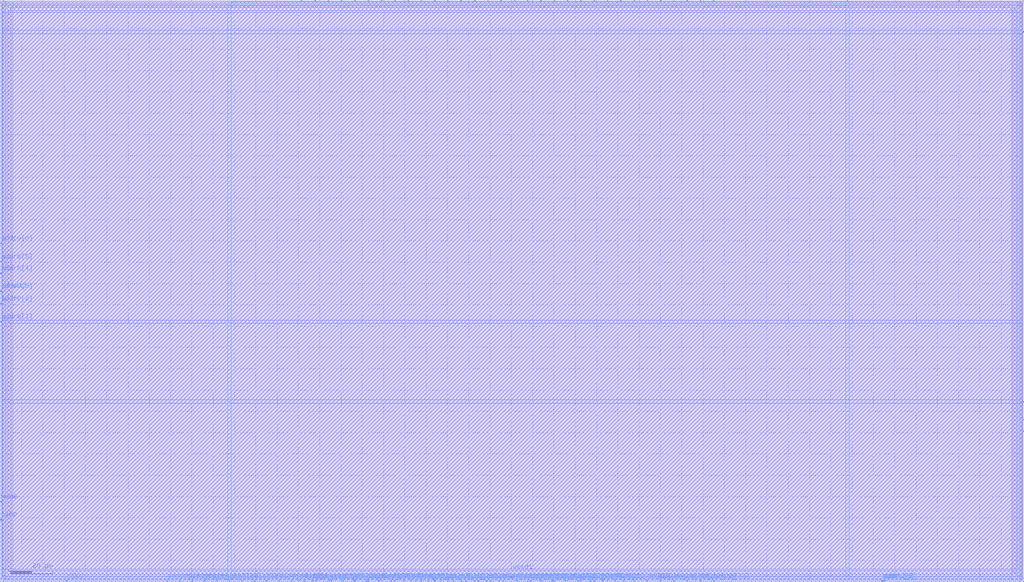
<source format=lef>
VERSION 5.4 ;
NAMESCASESENSITIVE ON ;
BUSBITCHARS "[]" ;
DIVIDERCHAR "/" ;
UNITS
  DATABASE MICRONS 1000 ;
END UNITS
MACRO sky130_sram_512byte_1rw1r_32x128_8
   CLASS BLOCK ;
   SIZE 480.72 BY 273.27 ;
   SYMMETRY X Y R90 ;
   PIN din0[0]
      DIRECTION INPUT ;
      PORT
         LAYER met4 ;
         RECT  107.46 0.0 107.84 0.38 ;
      END
   END din0[0]
   PIN din0[1]
      DIRECTION INPUT ;
      PORT
         LAYER met4 ;
         RECT  113.3 0.0 113.68 0.38 ;
      END
   END din0[1]
   PIN din0[2]
      DIRECTION INPUT ;
      PORT
         LAYER met4 ;
         RECT  119.14 0.0 119.52 0.38 ;
      END
   END din0[2]
   PIN din0[3]
      DIRECTION INPUT ;
      PORT
         LAYER met4 ;
         RECT  124.98 0.0 125.36 0.38 ;
      END
   END din0[3]
   PIN din0[4]
      DIRECTION INPUT ;
      PORT
         LAYER met4 ;
         RECT  130.82 0.0 131.2 0.38 ;
      END
   END din0[4]
   PIN din0[5]
      DIRECTION INPUT ;
      PORT
         LAYER met4 ;
         RECT  136.66 0.0 137.04 0.38 ;
      END
   END din0[5]
   PIN din0[6]
      DIRECTION INPUT ;
      PORT
         LAYER met4 ;
         RECT  142.5 0.0 142.88 0.38 ;
      END
   END din0[6]
   PIN din0[7]
      DIRECTION INPUT ;
      PORT
         LAYER met4 ;
         RECT  148.34 0.0 148.72 0.38 ;
      END
   END din0[7]
   PIN din0[8]
      DIRECTION INPUT ;
      PORT
         LAYER met4 ;
         RECT  154.18 0.0 154.56 0.38 ;
      END
   END din0[8]
   PIN din0[9]
      DIRECTION INPUT ;
      PORT
         LAYER met4 ;
         RECT  160.02 0.0 160.4 0.38 ;
      END
   END din0[9]
   PIN din0[10]
      DIRECTION INPUT ;
      PORT
         LAYER met4 ;
         RECT  165.86 0.0 166.24 0.38 ;
      END
   END din0[10]
   PIN din0[11]
      DIRECTION INPUT ;
      PORT
         LAYER met4 ;
         RECT  171.7 0.0 172.08 0.38 ;
      END
   END din0[11]
   PIN din0[12]
      DIRECTION INPUT ;
      PORT
         LAYER met4 ;
         RECT  177.54 0.0 177.92 0.38 ;
      END
   END din0[12]
   PIN din0[13]
      DIRECTION INPUT ;
      PORT
         LAYER met4 ;
         RECT  183.38 0.0 183.76 0.38 ;
      END
   END din0[13]
   PIN din0[14]
      DIRECTION INPUT ;
      PORT
         LAYER met4 ;
         RECT  189.22 0.0 189.6 0.38 ;
      END
   END din0[14]
   PIN din0[15]
      DIRECTION INPUT ;
      PORT
         LAYER met4 ;
         RECT  195.06 0.0 195.44 0.38 ;
      END
   END din0[15]
   PIN din0[16]
      DIRECTION INPUT ;
      PORT
         LAYER met4 ;
         RECT  200.9 0.0 201.28 0.38 ;
      END
   END din0[16]
   PIN din0[17]
      DIRECTION INPUT ;
      PORT
         LAYER met4 ;
         RECT  206.74 0.0 207.12 0.38 ;
      END
   END din0[17]
   PIN din0[18]
      DIRECTION INPUT ;
      PORT
         LAYER met4 ;
         RECT  212.58 0.0 212.96 0.38 ;
      END
   END din0[18]
   PIN din0[19]
      DIRECTION INPUT ;
      PORT
         LAYER met4 ;
         RECT  218.42 0.0 218.8 0.38 ;
      END
   END din0[19]
   PIN din0[20]
      DIRECTION INPUT ;
      PORT
         LAYER met4 ;
         RECT  224.26 0.0 224.64 0.38 ;
      END
   END din0[20]
   PIN din0[21]
      DIRECTION INPUT ;
      PORT
         LAYER met4 ;
         RECT  230.1 0.0 230.48 0.38 ;
      END
   END din0[21]
   PIN din0[22]
      DIRECTION INPUT ;
      PORT
         LAYER met4 ;
         RECT  235.94 0.0 236.32 0.38 ;
      END
   END din0[22]
   PIN din0[23]
      DIRECTION INPUT ;
      PORT
         LAYER met4 ;
         RECT  241.78 0.0 242.16 0.38 ;
      END
   END din0[23]
   PIN din0[24]
      DIRECTION INPUT ;
      PORT
         LAYER met4 ;
         RECT  247.62 0.0 248.0 0.38 ;
      END
   END din0[24]
   PIN din0[25]
      DIRECTION INPUT ;
      PORT
         LAYER met4 ;
         RECT  253.46 0.0 253.84 0.38 ;
      END
   END din0[25]
   PIN din0[26]
      DIRECTION INPUT ;
      PORT
         LAYER met4 ;
         RECT  259.3 0.0 259.68 0.38 ;
      END
   END din0[26]
   PIN din0[27]
      DIRECTION INPUT ;
      PORT
         LAYER met4 ;
         RECT  265.14 0.0 265.52 0.38 ;
      END
   END din0[27]
   PIN din0[28]
      DIRECTION INPUT ;
      PORT
         LAYER met4 ;
         RECT  270.98 0.0 271.36 0.38 ;
      END
   END din0[28]
   PIN din0[29]
      DIRECTION INPUT ;
      PORT
         LAYER met4 ;
         RECT  276.82 0.0 277.2 0.38 ;
      END
   END din0[29]
   PIN din0[30]
      DIRECTION INPUT ;
      PORT
         LAYER met4 ;
         RECT  282.66 0.0 283.04 0.38 ;
      END
   END din0[30]
   PIN din0[31]
      DIRECTION INPUT ;
      PORT
         LAYER met4 ;
         RECT  288.5 0.0 288.88 0.38 ;
      END
   END din0[31]
   PIN addr0[0]
      DIRECTION INPUT ;
      PORT
         LAYER met4 ;
         RECT  78.26 0.0 78.64 0.38 ;
      END
   END addr0[0]
   PIN addr0[1]
      DIRECTION INPUT ;
      PORT
         LAYER met3 ;
         RECT  0.0 121.87 0.38 122.25 ;
      END
   END addr0[1]
   PIN addr0[2]
      DIRECTION INPUT ;
      PORT
         LAYER met3 ;
         RECT  0.0 130.37 0.38 130.75 ;
      END
   END addr0[2]
   PIN addr0[3]
      DIRECTION INPUT ;
      PORT
         LAYER met3 ;
         RECT  0.0 136.275 0.38 136.655 ;
      END
   END addr0[3]
   PIN addr0[4]
      DIRECTION INPUT ;
      PORT
         LAYER met3 ;
         RECT  0.0 144.675 0.38 145.055 ;
      END
   END addr0[4]
   PIN addr0[5]
      DIRECTION INPUT ;
      PORT
         LAYER met3 ;
         RECT  0.0 150.15 0.38 150.53 ;
      END
   END addr0[5]
   PIN addr0[6]
      DIRECTION INPUT ;
      PORT
         LAYER met3 ;
         RECT  0.0 158.65 0.38 159.03 ;
      END
   END addr0[6]
   PIN addr1[0]
      DIRECTION INPUT ;
      PORT
         LAYER met4 ;
         RECT  397.62 272.89 398.0 273.27 ;
      END
   END addr1[0]
   PIN addr1[1]
      DIRECTION INPUT ;
      PORT
         LAYER met3 ;
         RECT  480.34 84.385 480.72 84.765 ;
      END
   END addr1[1]
   PIN addr1[2]
      DIRECTION INPUT ;
      PORT
         LAYER met3 ;
         RECT  480.34 75.985 480.72 76.365 ;
      END
   END addr1[2]
   PIN addr1[3]
      DIRECTION INPUT ;
      PORT
         LAYER met3 ;
         RECT  480.34 70.49 480.72 70.87 ;
      END
   END addr1[3]
   PIN addr1[4]
      DIRECTION INPUT ;
      PORT
         LAYER met4 ;
         RECT  413.705 0.0 414.085 0.38 ;
      END
   END addr1[4]
   PIN addr1[5]
      DIRECTION INPUT ;
      PORT
         LAYER met4 ;
         RECT  414.395 0.0 414.775 0.38 ;
      END
   END addr1[5]
   PIN addr1[6]
      DIRECTION INPUT ;
      PORT
         LAYER met4 ;
         RECT  415.14 0.0 415.52 0.38 ;
      END
   END addr1[6]
   PIN csb0
      DIRECTION INPUT ;
      PORT
         LAYER met3 ;
         RECT  0.0 28.89 0.38 29.27 ;
      END
   END csb0
   PIN csb1
      DIRECTION INPUT ;
      PORT
         LAYER met3 ;
         RECT  480.34 258.02 480.72 258.4 ;
      END
   END csb1
   PIN web0
      DIRECTION INPUT ;
      PORT
         LAYER met3 ;
         RECT  0.0 37.39 0.38 37.77 ;
      END
   END web0
   PIN clk0
      DIRECTION INPUT ;
      PORT
         LAYER met4 ;
         RECT  31.1 0.0 31.48 0.38 ;
      END
   END clk0
   PIN clk1
      DIRECTION INPUT ;
      PORT
         LAYER met4 ;
         RECT  450.08 272.89 450.46 273.27 ;
      END
   END clk1
   PIN wmask0[0]
      DIRECTION INPUT ;
      PORT
         LAYER met4 ;
         RECT  84.1 0.0 84.48 0.38 ;
      END
   END wmask0[0]
   PIN wmask0[1]
      DIRECTION INPUT ;
      PORT
         LAYER met4 ;
         RECT  89.94 0.0 90.32 0.38 ;
      END
   END wmask0[1]
   PIN wmask0[2]
      DIRECTION INPUT ;
      PORT
         LAYER met4 ;
         RECT  95.78 0.0 96.16 0.38 ;
      END
   END wmask0[2]
   PIN wmask0[3]
      DIRECTION INPUT ;
      PORT
         LAYER met4 ;
         RECT  101.62 0.0 102.0 0.38 ;
      END
   END wmask0[3]
   PIN dout0[0]
      DIRECTION OUTPUT ;
      PORT
         LAYER met4 ;
         RECT  140.12 0.0 140.5 0.38 ;
      END
   END dout0[0]
   PIN dout0[1]
      DIRECTION OUTPUT ;
      PORT
         LAYER met4 ;
         RECT  146.535 0.0 146.915 0.38 ;
      END
   END dout0[1]
   PIN dout0[2]
      DIRECTION OUTPUT ;
      PORT
         LAYER met4 ;
         RECT  155.245 0.0 155.625 0.38 ;
      END
   END dout0[2]
   PIN dout0[3]
      DIRECTION OUTPUT ;
      PORT
         LAYER met4 ;
         RECT  160.71 0.0 161.09 0.38 ;
      END
   END dout0[3]
   PIN dout0[4]
      DIRECTION OUTPUT ;
      PORT
         LAYER met4 ;
         RECT  166.55 0.0 166.93 0.38 ;
      END
   END dout0[4]
   PIN dout0[5]
      DIRECTION OUTPUT ;
      PORT
         LAYER met4 ;
         RECT  172.585 0.0 172.965 0.38 ;
      END
   END dout0[5]
   PIN dout0[6]
      DIRECTION OUTPUT ;
      PORT
         LAYER met4 ;
         RECT  178.825 0.0 179.205 0.38 ;
      END
   END dout0[6]
   PIN dout0[7]
      DIRECTION OUTPUT ;
      PORT
         LAYER met4 ;
         RECT  185.065 0.0 185.445 0.38 ;
      END
   END dout0[7]
   PIN dout0[8]
      DIRECTION OUTPUT ;
      PORT
         LAYER met4 ;
         RECT  192.685 0.0 193.065 0.38 ;
      END
   END dout0[8]
   PIN dout0[9]
      DIRECTION OUTPUT ;
      PORT
         LAYER met4 ;
         RECT  197.545 0.0 197.925 0.38 ;
      END
   END dout0[9]
   PIN dout0[10]
      DIRECTION OUTPUT ;
      PORT
         LAYER met4 ;
         RECT  203.785 0.0 204.165 0.38 ;
      END
   END dout0[10]
   PIN dout0[11]
      DIRECTION OUTPUT ;
      PORT
         LAYER met4 ;
         RECT  210.025 0.0 210.405 0.38 ;
      END
   END dout0[11]
   PIN dout0[12]
      DIRECTION OUTPUT ;
      PORT
         LAYER met4 ;
         RECT  216.265 0.0 216.645 0.38 ;
      END
   END dout0[12]
   PIN dout0[13]
      DIRECTION OUTPUT ;
      PORT
         LAYER met4 ;
         RECT  222.455 0.0 222.835 0.38 ;
      END
   END dout0[13]
   PIN dout0[14]
      DIRECTION OUTPUT ;
      PORT
         LAYER met4 ;
         RECT  228.06 0.0 228.44 0.38 ;
      END
   END dout0[14]
   PIN dout0[15]
      DIRECTION OUTPUT ;
      PORT
         LAYER met4 ;
         RECT  234.135 0.0 234.515 0.38 ;
      END
   END dout0[15]
   PIN dout0[16]
      DIRECTION OUTPUT ;
      PORT
         LAYER met4 ;
         RECT  242.605 0.0 242.985 0.38 ;
      END
   END dout0[16]
   PIN dout0[17]
      DIRECTION OUTPUT ;
      PORT
         LAYER met4 ;
         RECT  248.845 0.0 249.225 0.38 ;
      END
   END dout0[17]
   PIN dout0[18]
      DIRECTION OUTPUT ;
      PORT
         LAYER met4 ;
         RECT  254.15 0.0 254.53 0.38 ;
      END
   END dout0[18]
   PIN dout0[19]
      DIRECTION OUTPUT ;
      PORT
         LAYER met4 ;
         RECT  260.005 0.0 260.385 0.38 ;
      END
   END dout0[19]
   PIN dout0[20]
      DIRECTION OUTPUT ;
      PORT
         LAYER met4 ;
         RECT  266.185 0.0 266.565 0.38 ;
      END
   END dout0[20]
   PIN dout0[21]
      DIRECTION OUTPUT ;
      PORT
         LAYER met4 ;
         RECT  272.425 0.0 272.805 0.38 ;
      END
   END dout0[21]
   PIN dout0[22]
      DIRECTION OUTPUT ;
      PORT
         LAYER met4 ;
         RECT  278.665 0.0 279.045 0.38 ;
      END
   END dout0[22]
   PIN dout0[23]
      DIRECTION OUTPUT ;
      PORT
         LAYER met4 ;
         RECT  284.905 0.0 285.285 0.38 ;
      END
   END dout0[23]
   PIN dout0[24]
      DIRECTION OUTPUT ;
      PORT
         LAYER met4 ;
         RECT  292.525 0.0 292.905 0.38 ;
      END
   END dout0[24]
   PIN dout0[25]
      DIRECTION OUTPUT ;
      PORT
         LAYER met4 ;
         RECT  297.385 0.0 297.765 0.38 ;
      END
   END dout0[25]
   PIN dout0[26]
      DIRECTION OUTPUT ;
      PORT
         LAYER met4 ;
         RECT  303.625 0.0 304.005 0.38 ;
      END
   END dout0[26]
   PIN dout0[27]
      DIRECTION OUTPUT ;
      PORT
         LAYER met4 ;
         RECT  309.865 0.0 310.245 0.38 ;
      END
   END dout0[27]
   PIN dout0[28]
      DIRECTION OUTPUT ;
      PORT
         LAYER met4 ;
         RECT  316.105 0.0 316.485 0.38 ;
      END
   END dout0[28]
   PIN dout0[29]
      DIRECTION OUTPUT ;
      PORT
         LAYER met4 ;
         RECT  322.345 0.0 322.725 0.38 ;
      END
   END dout0[29]
   PIN dout0[30]
      DIRECTION OUTPUT ;
      PORT
         LAYER met4 ;
         RECT  328.585 0.0 328.965 0.38 ;
      END
   END dout0[30]
   PIN dout0[31]
      DIRECTION OUTPUT ;
      PORT
         LAYER met4 ;
         RECT  334.825 0.0 335.205 0.38 ;
      END
   END dout0[31]
   PIN dout1[0]
      DIRECTION OUTPUT ;
      PORT
         LAYER met4 ;
         RECT  141.445 272.89 141.825 273.27 ;
      END
   END dout1[0]
   PIN dout1[1]
      DIRECTION OUTPUT ;
      PORT
         LAYER met4 ;
         RECT  147.685 272.89 148.065 273.27 ;
      END
   END dout1[1]
   PIN dout1[2]
      DIRECTION OUTPUT ;
      PORT
         LAYER met4 ;
         RECT  153.925 272.89 154.305 273.27 ;
      END
   END dout1[2]
   PIN dout1[3]
      DIRECTION OUTPUT ;
      PORT
         LAYER met4 ;
         RECT  160.165 272.89 160.545 273.27 ;
      END
   END dout1[3]
   PIN dout1[4]
      DIRECTION OUTPUT ;
      PORT
         LAYER met4 ;
         RECT  166.405 272.89 166.785 273.27 ;
      END
   END dout1[4]
   PIN dout1[5]
      DIRECTION OUTPUT ;
      PORT
         LAYER met4 ;
         RECT  172.645 272.89 173.025 273.27 ;
      END
   END dout1[5]
   PIN dout1[6]
      DIRECTION OUTPUT ;
      PORT
         LAYER met4 ;
         RECT  178.885 272.89 179.265 273.27 ;
      END
   END dout1[6]
   PIN dout1[7]
      DIRECTION OUTPUT ;
      PORT
         LAYER met4 ;
         RECT  185.125 272.89 185.505 273.27 ;
      END
   END dout1[7]
   PIN dout1[8]
      DIRECTION OUTPUT ;
      PORT
         LAYER met4 ;
         RECT  191.365 272.89 191.745 273.27 ;
      END
   END dout1[8]
   PIN dout1[9]
      DIRECTION OUTPUT ;
      PORT
         LAYER met4 ;
         RECT  197.605 272.89 197.985 273.27 ;
      END
   END dout1[9]
   PIN dout1[10]
      DIRECTION OUTPUT ;
      PORT
         LAYER met4 ;
         RECT  203.845 272.89 204.225 273.27 ;
      END
   END dout1[10]
   PIN dout1[11]
      DIRECTION OUTPUT ;
      PORT
         LAYER met4 ;
         RECT  210.085 272.89 210.465 273.27 ;
      END
   END dout1[11]
   PIN dout1[12]
      DIRECTION OUTPUT ;
      PORT
         LAYER met4 ;
         RECT  216.325 272.89 216.705 273.27 ;
      END
   END dout1[12]
   PIN dout1[13]
      DIRECTION OUTPUT ;
      PORT
         LAYER met4 ;
         RECT  222.565 272.89 222.945 273.27 ;
      END
   END dout1[13]
   PIN dout1[14]
      DIRECTION OUTPUT ;
      PORT
         LAYER met4 ;
         RECT  228.805 272.89 229.185 273.27 ;
      END
   END dout1[14]
   PIN dout1[15]
      DIRECTION OUTPUT ;
      PORT
         LAYER met4 ;
         RECT  235.045 272.89 235.425 273.27 ;
      END
   END dout1[15]
   PIN dout1[16]
      DIRECTION OUTPUT ;
      PORT
         LAYER met4 ;
         RECT  241.285 272.89 241.665 273.27 ;
      END
   END dout1[16]
   PIN dout1[17]
      DIRECTION OUTPUT ;
      PORT
         LAYER met4 ;
         RECT  247.525 272.89 247.905 273.27 ;
      END
   END dout1[17]
   PIN dout1[18]
      DIRECTION OUTPUT ;
      PORT
         LAYER met4 ;
         RECT  253.765 272.89 254.145 273.27 ;
      END
   END dout1[18]
   PIN dout1[19]
      DIRECTION OUTPUT ;
      PORT
         LAYER met4 ;
         RECT  260.005 272.89 260.385 273.27 ;
      END
   END dout1[19]
   PIN dout1[20]
      DIRECTION OUTPUT ;
      PORT
         LAYER met4 ;
         RECT  266.245 272.89 266.625 273.27 ;
      END
   END dout1[20]
   PIN dout1[21]
      DIRECTION OUTPUT ;
      PORT
         LAYER met4 ;
         RECT  272.485 272.89 272.865 273.27 ;
      END
   END dout1[21]
   PIN dout1[22]
      DIRECTION OUTPUT ;
      PORT
         LAYER met4 ;
         RECT  278.725 272.89 279.105 273.27 ;
      END
   END dout1[22]
   PIN dout1[23]
      DIRECTION OUTPUT ;
      PORT
         LAYER met4 ;
         RECT  284.965 272.89 285.345 273.27 ;
      END
   END dout1[23]
   PIN dout1[24]
      DIRECTION OUTPUT ;
      PORT
         LAYER met4 ;
         RECT  291.205 272.89 291.585 273.27 ;
      END
   END dout1[24]
   PIN dout1[25]
      DIRECTION OUTPUT ;
      PORT
         LAYER met4 ;
         RECT  297.445 272.89 297.825 273.27 ;
      END
   END dout1[25]
   PIN dout1[26]
      DIRECTION OUTPUT ;
      PORT
         LAYER met4 ;
         RECT  303.685 272.89 304.065 273.27 ;
      END
   END dout1[26]
   PIN dout1[27]
      DIRECTION OUTPUT ;
      PORT
         LAYER met4 ;
         RECT  309.925 272.89 310.305 273.27 ;
      END
   END dout1[27]
   PIN dout1[28]
      DIRECTION OUTPUT ;
      PORT
         LAYER met4 ;
         RECT  316.165 272.89 316.545 273.27 ;
      END
   END dout1[28]
   PIN dout1[29]
      DIRECTION OUTPUT ;
      PORT
         LAYER met4 ;
         RECT  322.405 272.89 322.785 273.27 ;
      END
   END dout1[29]
   PIN dout1[30]
      DIRECTION OUTPUT ;
      PORT
         LAYER met4 ;
         RECT  328.645 272.89 329.025 273.27 ;
      END
   END dout1[30]
   PIN dout1[31]
      DIRECTION OUTPUT ;
      PORT
         LAYER met4 ;
         RECT  334.885 272.89 335.265 273.27 ;
      END
   END dout1[31]
   PIN vccd1
      DIRECTION INOUT ;
      USE POWER ; 
      SHAPE ABUTMENT ; 
      PORT
         LAYER met3 ;
         RECT  0.0 0.0 480.72 1.74 ;
         LAYER met3 ;
         RECT  0.0 271.53 480.72 273.27 ;
         LAYER met4 ;
         RECT  478.98 0.0 480.72 273.27 ;
         LAYER met4 ;
         RECT  0.0 0.0 1.74 273.27 ;
      END
   END vccd1
   PIN vssd1
      DIRECTION INOUT ;
      USE GROUND ; 
      SHAPE ABUTMENT ; 
      PORT
         LAYER met4 ;
         RECT  475.5 3.48 477.24 269.79 ;
         LAYER met4 ;
         RECT  3.48 3.48 5.22 269.79 ;
         LAYER met3 ;
         RECT  3.48 268.05 477.24 269.79 ;
         LAYER met3 ;
         RECT  3.48 3.48 477.24 5.22 ;
      END
   END vssd1
   OBS
   LAYER  met1 ;
      RECT  0.62 0.62 480.1 272.65 ;
   LAYER  met2 ;
      RECT  0.62 0.62 480.1 272.65 ;
   LAYER  met3 ;
      RECT  0.98 121.27 480.1 122.85 ;
      RECT  0.62 122.85 0.98 129.77 ;
      RECT  0.62 131.35 0.98 135.675 ;
      RECT  0.62 137.255 0.98 144.075 ;
      RECT  0.62 145.655 0.98 149.55 ;
      RECT  0.62 151.13 0.98 158.05 ;
      RECT  0.98 83.785 479.74 85.365 ;
      RECT  0.98 85.365 479.74 121.27 ;
      RECT  479.74 85.365 480.1 121.27 ;
      RECT  479.74 76.965 480.1 83.785 ;
      RECT  479.74 71.47 480.1 75.385 ;
      RECT  0.98 122.85 479.74 257.42 ;
      RECT  0.98 257.42 479.74 259.0 ;
      RECT  479.74 122.85 480.1 257.42 ;
      RECT  0.62 29.87 0.98 36.79 ;
      RECT  0.62 38.37 0.98 121.27 ;
      RECT  479.74 2.34 480.1 69.89 ;
      RECT  0.62 2.34 0.98 28.29 ;
      RECT  0.62 159.63 0.98 270.93 ;
      RECT  479.74 259.0 480.1 270.93 ;
      RECT  0.98 259.0 2.88 267.45 ;
      RECT  0.98 267.45 2.88 270.39 ;
      RECT  0.98 270.39 2.88 270.93 ;
      RECT  2.88 259.0 477.84 267.45 ;
      RECT  2.88 270.39 477.84 270.93 ;
      RECT  477.84 259.0 479.74 267.45 ;
      RECT  477.84 267.45 479.74 270.39 ;
      RECT  477.84 270.39 479.74 270.93 ;
      RECT  0.98 2.34 2.88 2.88 ;
      RECT  0.98 2.88 2.88 5.82 ;
      RECT  0.98 5.82 2.88 83.785 ;
      RECT  2.88 2.34 477.84 2.88 ;
      RECT  2.88 5.82 477.84 83.785 ;
      RECT  477.84 2.34 479.74 2.88 ;
      RECT  477.84 2.88 479.74 5.82 ;
      RECT  477.84 5.82 479.74 83.785 ;
   LAYER  met4 ;
      RECT  106.86 0.98 108.44 272.65 ;
      RECT  108.44 0.62 112.7 0.98 ;
      RECT  114.28 0.62 118.54 0.98 ;
      RECT  120.12 0.62 124.38 0.98 ;
      RECT  125.96 0.62 130.22 0.98 ;
      RECT  131.8 0.62 136.06 0.98 ;
      RECT  149.32 0.62 153.58 0.98 ;
      RECT  236.92 0.62 241.18 0.98 ;
      RECT  108.44 0.98 397.02 272.29 ;
      RECT  397.02 0.98 398.6 272.29 ;
      RECT  32.08 0.62 77.66 0.98 ;
      RECT  398.6 272.29 449.48 272.65 ;
      RECT  79.24 0.62 83.5 0.98 ;
      RECT  85.08 0.62 89.34 0.98 ;
      RECT  90.92 0.62 95.18 0.98 ;
      RECT  96.76 0.62 101.02 0.98 ;
      RECT  102.6 0.62 106.86 0.98 ;
      RECT  137.64 0.62 139.52 0.98 ;
      RECT  141.1 0.62 141.9 0.98 ;
      RECT  143.48 0.62 145.935 0.98 ;
      RECT  147.515 0.62 147.74 0.98 ;
      RECT  156.225 0.62 159.42 0.98 ;
      RECT  161.69 0.62 165.26 0.98 ;
      RECT  167.53 0.62 171.1 0.98 ;
      RECT  173.565 0.62 176.94 0.98 ;
      RECT  179.805 0.62 182.78 0.98 ;
      RECT  184.36 0.62 184.465 0.98 ;
      RECT  186.045 0.62 188.62 0.98 ;
      RECT  190.2 0.62 192.085 0.98 ;
      RECT  193.665 0.62 194.46 0.98 ;
      RECT  196.04 0.62 196.945 0.98 ;
      RECT  198.525 0.62 200.3 0.98 ;
      RECT  201.88 0.62 203.185 0.98 ;
      RECT  204.765 0.62 206.14 0.98 ;
      RECT  207.72 0.62 209.425 0.98 ;
      RECT  211.005 0.62 211.98 0.98 ;
      RECT  213.56 0.62 215.665 0.98 ;
      RECT  217.245 0.62 217.82 0.98 ;
      RECT  219.4 0.62 221.855 0.98 ;
      RECT  223.435 0.62 223.66 0.98 ;
      RECT  225.24 0.62 227.46 0.98 ;
      RECT  229.04 0.62 229.5 0.98 ;
      RECT  231.08 0.62 233.535 0.98 ;
      RECT  235.115 0.62 235.34 0.98 ;
      RECT  243.585 0.62 247.02 0.98 ;
      RECT  249.825 0.62 252.86 0.98 ;
      RECT  255.13 0.62 258.7 0.98 ;
      RECT  260.985 0.62 264.54 0.98 ;
      RECT  267.165 0.62 270.38 0.98 ;
      RECT  273.405 0.62 276.22 0.98 ;
      RECT  277.8 0.62 278.065 0.98 ;
      RECT  279.645 0.62 282.06 0.98 ;
      RECT  283.64 0.62 284.305 0.98 ;
      RECT  285.885 0.62 287.9 0.98 ;
      RECT  289.48 0.62 291.925 0.98 ;
      RECT  293.505 0.62 296.785 0.98 ;
      RECT  298.365 0.62 303.025 0.98 ;
      RECT  304.605 0.62 309.265 0.98 ;
      RECT  310.845 0.62 315.505 0.98 ;
      RECT  317.085 0.62 321.745 0.98 ;
      RECT  323.325 0.62 327.985 0.98 ;
      RECT  329.565 0.62 334.225 0.98 ;
      RECT  335.805 0.62 413.105 0.98 ;
      RECT  108.44 272.29 140.845 272.65 ;
      RECT  142.425 272.29 147.085 272.65 ;
      RECT  148.665 272.29 153.325 272.65 ;
      RECT  154.905 272.29 159.565 272.65 ;
      RECT  161.145 272.29 165.805 272.65 ;
      RECT  167.385 272.29 172.045 272.65 ;
      RECT  173.625 272.29 178.285 272.65 ;
      RECT  179.865 272.29 184.525 272.65 ;
      RECT  186.105 272.29 190.765 272.65 ;
      RECT  192.345 272.29 197.005 272.65 ;
      RECT  198.585 272.29 203.245 272.65 ;
      RECT  204.825 272.29 209.485 272.65 ;
      RECT  211.065 272.29 215.725 272.65 ;
      RECT  217.305 272.29 221.965 272.65 ;
      RECT  223.545 272.29 228.205 272.65 ;
      RECT  229.785 272.29 234.445 272.65 ;
      RECT  236.025 272.29 240.685 272.65 ;
      RECT  242.265 272.29 246.925 272.65 ;
      RECT  248.505 272.29 253.165 272.65 ;
      RECT  254.745 272.29 259.405 272.65 ;
      RECT  260.985 272.29 265.645 272.65 ;
      RECT  267.225 272.29 271.885 272.65 ;
      RECT  273.465 272.29 278.125 272.65 ;
      RECT  279.705 272.29 284.365 272.65 ;
      RECT  285.945 272.29 290.605 272.65 ;
      RECT  292.185 272.29 296.845 272.65 ;
      RECT  298.425 272.29 303.085 272.65 ;
      RECT  304.665 272.29 309.325 272.65 ;
      RECT  310.905 272.29 315.565 272.65 ;
      RECT  317.145 272.29 321.805 272.65 ;
      RECT  323.385 272.29 328.045 272.65 ;
      RECT  329.625 272.29 334.285 272.65 ;
      RECT  335.865 272.29 397.02 272.65 ;
      RECT  416.12 0.62 478.38 0.98 ;
      RECT  451.06 272.29 478.38 272.65 ;
      RECT  2.34 0.62 30.5 0.98 ;
      RECT  398.6 0.98 474.9 2.88 ;
      RECT  398.6 2.88 474.9 270.39 ;
      RECT  398.6 270.39 474.9 272.29 ;
      RECT  474.9 0.98 477.84 2.88 ;
      RECT  474.9 270.39 477.84 272.29 ;
      RECT  477.84 0.98 478.38 2.88 ;
      RECT  477.84 2.88 478.38 270.39 ;
      RECT  477.84 270.39 478.38 272.29 ;
      RECT  2.34 0.98 2.88 2.88 ;
      RECT  2.34 2.88 2.88 270.39 ;
      RECT  2.34 270.39 2.88 272.65 ;
      RECT  2.88 0.98 5.82 2.88 ;
      RECT  2.88 270.39 5.82 272.65 ;
      RECT  5.82 0.98 106.86 2.88 ;
      RECT  5.82 2.88 106.86 270.39 ;
      RECT  5.82 270.39 106.86 272.65 ;
   END
END    sky130_sram_512byte_1rw1r_32x128_8
END    LIBRARY

</source>
